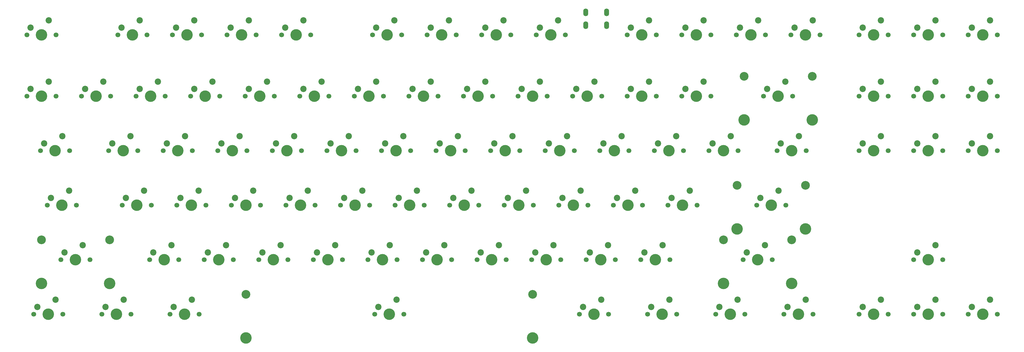
<source format=gbr>
%TF.GenerationSoftware,KiCad,Pcbnew,8.0.5*%
%TF.CreationDate,2024-09-22T14:43:58-07:00*%
%TF.ProjectId,keyboard_pcb,6b657962-6f61-4726-945f-7063622e6b69,rev?*%
%TF.SameCoordinates,Original*%
%TF.FileFunction,Soldermask,Top*%
%TF.FilePolarity,Negative*%
%FSLAX46Y46*%
G04 Gerber Fmt 4.6, Leading zero omitted, Abs format (unit mm)*
G04 Created by KiCad (PCBNEW 8.0.5) date 2024-09-22 14:43:58*
%MOMM*%
%LPD*%
G01*
G04 APERTURE LIST*
%ADD10C,1.700000*%
%ADD11C,4.000000*%
%ADD12C,2.200000*%
%ADD13C,3.050000*%
%ADD14O,1.700000X2.700000*%
G04 APERTURE END LIST*
D10*
%TO.C,SW83*%
X281463750Y-195262500D03*
D11*
X286543750Y-195262500D03*
D10*
X291623750Y-195262500D03*
D12*
X289083750Y-190182500D03*
X282733750Y-192722500D03*
%TD*%
D10*
%TO.C,SW11*%
X269557500Y-97631250D03*
D11*
X274637500Y-97631250D03*
D10*
X279717500Y-97631250D03*
D12*
X277177500Y-92551250D03*
X270827500Y-95091250D03*
%TD*%
D10*
%TO.C,SW51*%
X48101250Y-157162500D03*
D11*
X53181250Y-157162500D03*
D10*
X58261250Y-157162500D03*
D12*
X55721250Y-152082500D03*
X49371250Y-154622500D03*
%TD*%
D10*
%TO.C,SW15*%
X350520000Y-97631250D03*
D11*
X355600000Y-97631250D03*
D10*
X360680000Y-97631250D03*
D12*
X358140000Y-92551250D03*
X351790000Y-95091250D03*
%TD*%
D10*
%TO.C,SW41*%
X183832500Y-138112500D03*
D11*
X188912500Y-138112500D03*
D10*
X193992500Y-138112500D03*
D12*
X191452500Y-133032500D03*
X185102500Y-135572500D03*
%TD*%
D10*
%TO.C,SW55*%
X131445000Y-157162500D03*
D11*
X136525000Y-157162500D03*
D10*
X141605000Y-157162500D03*
D12*
X139065000Y-152082500D03*
X132715000Y-154622500D03*
%TD*%
D10*
%TO.C,SW73*%
X236220000Y-176212500D03*
D11*
X241300000Y-176212500D03*
D10*
X246380000Y-176212500D03*
D12*
X243840000Y-171132500D03*
X237490000Y-173672500D03*
%TD*%
D10*
%TO.C,SW79*%
X90963750Y-195262500D03*
D11*
X96043750Y-195262500D03*
D10*
X101123750Y-195262500D03*
D12*
X98583750Y-190182500D03*
X92233750Y-192722500D03*
%TD*%
D10*
%TO.C,SW28*%
X250507500Y-119062500D03*
D11*
X255587500Y-119062500D03*
D10*
X260667500Y-119062500D03*
D12*
X258127500Y-113982500D03*
X251777500Y-116522500D03*
%TD*%
D10*
%TO.C,SW71*%
X198120000Y-176212500D03*
D11*
X203200000Y-176212500D03*
D10*
X208280000Y-176212500D03*
D12*
X205740000Y-171132500D03*
X199390000Y-173672500D03*
%TD*%
D10*
%TO.C,SW33*%
X369570000Y-119062500D03*
D11*
X374650000Y-119062500D03*
D10*
X379730000Y-119062500D03*
D12*
X377190000Y-113982500D03*
X370840000Y-116522500D03*
%TD*%
D10*
%TO.C,SW5*%
X129857500Y-97631250D03*
D11*
X134937500Y-97631250D03*
D10*
X140017500Y-97631250D03*
D12*
X137477500Y-92551250D03*
X131127500Y-95091250D03*
%TD*%
D10*
%TO.C,SW82*%
X257651250Y-195262500D03*
D11*
X262731250Y-195262500D03*
D10*
X267811250Y-195262500D03*
D12*
X265271250Y-190182500D03*
X258921250Y-192722500D03*
%TD*%
D10*
%TO.C,SW8*%
X199707500Y-97631250D03*
D11*
X204787500Y-97631250D03*
D10*
X209867500Y-97631250D03*
D12*
X207327500Y-92551250D03*
X200977500Y-95091250D03*
%TD*%
D10*
%TO.C,SW86*%
X350520000Y-195262500D03*
D11*
X355600000Y-195262500D03*
D10*
X360680000Y-195262500D03*
D12*
X358140000Y-190182500D03*
X351790000Y-192722500D03*
%TD*%
D10*
%TO.C,SW31*%
X331470000Y-119062500D03*
D11*
X336550000Y-119062500D03*
D10*
X341630000Y-119062500D03*
D12*
X339090000Y-113982500D03*
X332740000Y-116522500D03*
%TD*%
D10*
%TO.C,SW72*%
X217170000Y-176212500D03*
D11*
X222250000Y-176212500D03*
D10*
X227330000Y-176212500D03*
D12*
X224790000Y-171132500D03*
X218440000Y-173672500D03*
%TD*%
D10*
%TO.C,SW70*%
X179070000Y-176212500D03*
D11*
X184150000Y-176212500D03*
D10*
X189230000Y-176212500D03*
D12*
X186690000Y-171132500D03*
X180340000Y-173672500D03*
%TD*%
D10*
%TO.C,SW58*%
X188595000Y-157162500D03*
D11*
X193675000Y-157162500D03*
D10*
X198755000Y-157162500D03*
D12*
X196215000Y-152082500D03*
X189865000Y-154622500D03*
%TD*%
D10*
%TO.C,SW26*%
X212407500Y-119062500D03*
D11*
X217487500Y-119062500D03*
D10*
X222567500Y-119062500D03*
D12*
X220027500Y-113982500D03*
X213677500Y-116522500D03*
%TD*%
D10*
%TO.C,SW78*%
X67151250Y-195262500D03*
D11*
X72231250Y-195262500D03*
D10*
X77311250Y-195262500D03*
D12*
X74771250Y-190182500D03*
X68421250Y-192722500D03*
%TD*%
D10*
%TO.C,SW87*%
X369570000Y-195262500D03*
D11*
X374650000Y-195262500D03*
D10*
X379730000Y-195262500D03*
D12*
X377190000Y-190182500D03*
X370840000Y-192722500D03*
%TD*%
D10*
%TO.C,SW10*%
X250507500Y-97631250D03*
D11*
X255587500Y-97631250D03*
D10*
X260667500Y-97631250D03*
D12*
X258127500Y-92551250D03*
X251777500Y-95091250D03*
%TD*%
D10*
%TO.C,SW19*%
X79057500Y-119062500D03*
D11*
X84137500Y-119062500D03*
D10*
X89217500Y-119062500D03*
D12*
X86677500Y-113982500D03*
X80327500Y-116522500D03*
%TD*%
D10*
%TO.C,SW67*%
X121920000Y-176212500D03*
D11*
X127000000Y-176212500D03*
D10*
X132080000Y-176212500D03*
D12*
X129540000Y-171132500D03*
X123190000Y-173672500D03*
%TD*%
D10*
%TO.C,SW35*%
X69532500Y-138112500D03*
D11*
X74612500Y-138112500D03*
D10*
X79692500Y-138112500D03*
D12*
X77152500Y-133032500D03*
X70802500Y-135572500D03*
%TD*%
D10*
%TO.C,SW16*%
X369570000Y-97631250D03*
D11*
X374650000Y-97631250D03*
D10*
X379730000Y-97631250D03*
D12*
X377190000Y-92551250D03*
X370840000Y-95091250D03*
%TD*%
D10*
%TO.C,SW36*%
X88582500Y-138112500D03*
D11*
X93662500Y-138112500D03*
D10*
X98742500Y-138112500D03*
D12*
X96202500Y-133032500D03*
X89852500Y-135572500D03*
%TD*%
D10*
%TO.C,SW81*%
X233838750Y-195262500D03*
D11*
X238918750Y-195262500D03*
D10*
X243998750Y-195262500D03*
D12*
X241458750Y-190182500D03*
X235108750Y-192722500D03*
%TD*%
D10*
%TO.C,SW12*%
X288607500Y-97631250D03*
D11*
X293687500Y-97631250D03*
D10*
X298767500Y-97631250D03*
D12*
X296227500Y-92551250D03*
X289877500Y-95091250D03*
%TD*%
D10*
%TO.C,SW14*%
X331470000Y-97631250D03*
D11*
X336550000Y-97631250D03*
D10*
X341630000Y-97631250D03*
D12*
X339090000Y-92551250D03*
X332740000Y-95091250D03*
%TD*%
D10*
%TO.C,SW34*%
X45720000Y-138112500D03*
D11*
X50800000Y-138112500D03*
D10*
X55880000Y-138112500D03*
D12*
X53340000Y-133032500D03*
X46990000Y-135572500D03*
%TD*%
D10*
%TO.C,SW3*%
X91757500Y-97631250D03*
D11*
X96837500Y-97631250D03*
D10*
X101917500Y-97631250D03*
D12*
X99377500Y-92551250D03*
X93027500Y-95091250D03*
%TD*%
D10*
%TO.C,SW18*%
X60007500Y-119062500D03*
D11*
X65087500Y-119062500D03*
D10*
X70167500Y-119062500D03*
D12*
X67627500Y-113982500D03*
X61277500Y-116522500D03*
%TD*%
D10*
%TO.C,SW68*%
X140970000Y-176212500D03*
D11*
X146050000Y-176212500D03*
D10*
X151130000Y-176212500D03*
D12*
X148590000Y-171132500D03*
X142240000Y-173672500D03*
%TD*%
D10*
%TO.C,SW52*%
X74295000Y-157162500D03*
D11*
X79375000Y-157162500D03*
D10*
X84455000Y-157162500D03*
D12*
X81915000Y-152082500D03*
X75565000Y-154622500D03*
%TD*%
D10*
%TO.C,SW29*%
X269557500Y-119062500D03*
D11*
X274637500Y-119062500D03*
D10*
X279717500Y-119062500D03*
D12*
X277177500Y-113982500D03*
X270827500Y-116522500D03*
%TD*%
D10*
%TO.C,SW54*%
X112395000Y-157162500D03*
D11*
X117475000Y-157162500D03*
D10*
X122555000Y-157162500D03*
D12*
X120015000Y-152082500D03*
X113665000Y-154622500D03*
%TD*%
D10*
%TO.C,SW43*%
X221932500Y-138112500D03*
D11*
X227012500Y-138112500D03*
D10*
X232092500Y-138112500D03*
D12*
X229552500Y-133032500D03*
X223202500Y-135572500D03*
%TD*%
D10*
%TO.C,SW44*%
X240982500Y-138112500D03*
D11*
X246062500Y-138112500D03*
D10*
X251142500Y-138112500D03*
D12*
X248602500Y-133032500D03*
X242252500Y-135572500D03*
%TD*%
D10*
%TO.C,SW84*%
X305276250Y-195262500D03*
D11*
X310356250Y-195262500D03*
D10*
X315436250Y-195262500D03*
D12*
X312896250Y-190182500D03*
X306546250Y-192722500D03*
%TD*%
D10*
%TO.C,SW56*%
X150495000Y-157162500D03*
D11*
X155575000Y-157162500D03*
D10*
X160655000Y-157162500D03*
D12*
X158115000Y-152082500D03*
X151765000Y-154622500D03*
%TD*%
D10*
%TO.C,SW65*%
X83820000Y-176212500D03*
D11*
X88900000Y-176212500D03*
D10*
X93980000Y-176212500D03*
D12*
X91440000Y-171132500D03*
X85090000Y-173672500D03*
%TD*%
D10*
%TO.C,SW60*%
X226695000Y-157162500D03*
D11*
X231775000Y-157162500D03*
D10*
X236855000Y-157162500D03*
D12*
X234315000Y-152082500D03*
X227965000Y-154622500D03*
%TD*%
D10*
%TO.C,SW59*%
X207645000Y-157162500D03*
D11*
X212725000Y-157162500D03*
D10*
X217805000Y-157162500D03*
D12*
X215265000Y-152082500D03*
X208915000Y-154622500D03*
%TD*%
D13*
%TO.C,SW80*%
X117481250Y-188262500D03*
D11*
X117481250Y-203502500D03*
D10*
X162401250Y-195262500D03*
D11*
X167481250Y-195262500D03*
D10*
X172561250Y-195262500D03*
D13*
X217481250Y-188262500D03*
D11*
X217481250Y-203502500D03*
D12*
X170021250Y-190182500D03*
X163671250Y-192722500D03*
%TD*%
D10*
%TO.C,SW27*%
X231457500Y-119062500D03*
D11*
X236537500Y-119062500D03*
D10*
X241617500Y-119062500D03*
D12*
X239077500Y-113982500D03*
X232727500Y-116522500D03*
%TD*%
D10*
%TO.C,SW40*%
X164782500Y-138112500D03*
D11*
X169862500Y-138112500D03*
D10*
X174942500Y-138112500D03*
D12*
X172402500Y-133032500D03*
X166052500Y-135572500D03*
%TD*%
D10*
%TO.C,SW25*%
X193357500Y-119062500D03*
D11*
X198437500Y-119062500D03*
D10*
X203517500Y-119062500D03*
D12*
X200977500Y-113982500D03*
X194627500Y-116522500D03*
%TD*%
D10*
%TO.C,SW21*%
X117157500Y-119062500D03*
D11*
X122237500Y-119062500D03*
D10*
X127317500Y-119062500D03*
D12*
X124777500Y-113982500D03*
X118427500Y-116522500D03*
%TD*%
D10*
%TO.C,SW7*%
X180657500Y-97631250D03*
D11*
X185737500Y-97631250D03*
D10*
X190817500Y-97631250D03*
D12*
X188277500Y-92551250D03*
X181927500Y-95091250D03*
%TD*%
D10*
%TO.C,SW46*%
X279082500Y-138112500D03*
D11*
X284162500Y-138112500D03*
D10*
X289242500Y-138112500D03*
D12*
X286702500Y-133032500D03*
X280352500Y-135572500D03*
%TD*%
D13*
%TO.C,SW63*%
X288931250Y-150162500D03*
D11*
X288931250Y-165402500D03*
D10*
X295751250Y-157162500D03*
D11*
X300831250Y-157162500D03*
D10*
X305911250Y-157162500D03*
D13*
X312731250Y-150162500D03*
D11*
X312731250Y-165402500D03*
D12*
X303371250Y-152082500D03*
X297021250Y-154622500D03*
%TD*%
D10*
%TO.C,SW49*%
X350520000Y-138112500D03*
D11*
X355600000Y-138112500D03*
D10*
X360680000Y-138112500D03*
D12*
X358140000Y-133032500D03*
X351790000Y-135572500D03*
%TD*%
D10*
%TO.C,SW6*%
X161607500Y-97631250D03*
D11*
X166687500Y-97631250D03*
D10*
X171767500Y-97631250D03*
D12*
X169227500Y-92551250D03*
X162877500Y-95091250D03*
%TD*%
D13*
%TO.C,SW30*%
X291312500Y-112062500D03*
D11*
X291312500Y-127302500D03*
D10*
X298132500Y-119062500D03*
D11*
X303212500Y-119062500D03*
D10*
X308292500Y-119062500D03*
D13*
X315112500Y-112062500D03*
D11*
X315112500Y-127302500D03*
D12*
X305752500Y-113982500D03*
X299402500Y-116522500D03*
%TD*%
D10*
%TO.C,SW50*%
X369570000Y-138112500D03*
D11*
X374650000Y-138112500D03*
D10*
X379730000Y-138112500D03*
D12*
X377190000Y-133032500D03*
X370840000Y-135572500D03*
%TD*%
D10*
%TO.C,SW45*%
X260032500Y-138112500D03*
D11*
X265112500Y-138112500D03*
D10*
X270192500Y-138112500D03*
D12*
X267652500Y-133032500D03*
X261302500Y-135572500D03*
%TD*%
D10*
%TO.C,SW20*%
X98107500Y-119062500D03*
D11*
X103187500Y-119062500D03*
D10*
X108267500Y-119062500D03*
D12*
X105727500Y-113982500D03*
X99377500Y-116522500D03*
%TD*%
D10*
%TO.C,SW61*%
X245745000Y-157162500D03*
D11*
X250825000Y-157162500D03*
D10*
X255905000Y-157162500D03*
D12*
X253365000Y-152082500D03*
X247015000Y-154622500D03*
%TD*%
D13*
%TO.C,SW75*%
X284168750Y-169212500D03*
D11*
X284168750Y-184452500D03*
D10*
X290988750Y-176212500D03*
D11*
X296068750Y-176212500D03*
D10*
X301148750Y-176212500D03*
D13*
X307968750Y-169212500D03*
D11*
X307968750Y-184452500D03*
D12*
X298608750Y-171132500D03*
X292258750Y-173672500D03*
%TD*%
D10*
%TO.C,SW42*%
X202882500Y-138112500D03*
D11*
X207962500Y-138112500D03*
D10*
X213042500Y-138112500D03*
D12*
X210502500Y-133032500D03*
X204152500Y-135572500D03*
%TD*%
D10*
%TO.C,SW62*%
X264795000Y-157162500D03*
D11*
X269875000Y-157162500D03*
D10*
X274955000Y-157162500D03*
D12*
X272415000Y-152082500D03*
X266065000Y-154622500D03*
%TD*%
D10*
%TO.C,SW17*%
X40957500Y-119062500D03*
D11*
X46037500Y-119062500D03*
D10*
X51117500Y-119062500D03*
D12*
X48577500Y-113982500D03*
X42227500Y-116522500D03*
%TD*%
D10*
%TO.C,SW47*%
X302895000Y-138112500D03*
D11*
X307975000Y-138112500D03*
D10*
X313055000Y-138112500D03*
D12*
X310515000Y-133032500D03*
X304165000Y-135572500D03*
%TD*%
D10*
%TO.C,SW1*%
X40957500Y-97631250D03*
D11*
X46037500Y-97631250D03*
D10*
X51117500Y-97631250D03*
D12*
X48577500Y-92551250D03*
X42227500Y-95091250D03*
%TD*%
D10*
%TO.C,SW37*%
X107632500Y-138112500D03*
D11*
X112712500Y-138112500D03*
D10*
X117792500Y-138112500D03*
D12*
X115252500Y-133032500D03*
X108902500Y-135572500D03*
%TD*%
D10*
%TO.C,SW24*%
X174307500Y-119062500D03*
D11*
X179387500Y-119062500D03*
D10*
X184467500Y-119062500D03*
D12*
X181927500Y-113982500D03*
X175577500Y-116522500D03*
%TD*%
D10*
%TO.C,SW32*%
X350520000Y-119062500D03*
D11*
X355600000Y-119062500D03*
D10*
X360680000Y-119062500D03*
D12*
X358140000Y-113982500D03*
X351790000Y-116522500D03*
%TD*%
D10*
%TO.C,SW2*%
X72707500Y-97631250D03*
D11*
X77787500Y-97631250D03*
D10*
X82867500Y-97631250D03*
D12*
X80327500Y-92551250D03*
X73977500Y-95091250D03*
%TD*%
D10*
%TO.C,SW76*%
X350520000Y-176212500D03*
D11*
X355600000Y-176212500D03*
D10*
X360680000Y-176212500D03*
D12*
X358140000Y-171132500D03*
X351790000Y-173672500D03*
%TD*%
D10*
%TO.C,SW69*%
X160020000Y-176212500D03*
D11*
X165100000Y-176212500D03*
D10*
X170180000Y-176212500D03*
D12*
X167640000Y-171132500D03*
X161290000Y-173672500D03*
%TD*%
D10*
%TO.C,SW39*%
X145732500Y-138112500D03*
D11*
X150812500Y-138112500D03*
D10*
X155892500Y-138112500D03*
D12*
X153352500Y-133032500D03*
X147002500Y-135572500D03*
%TD*%
D10*
%TO.C,SW48*%
X331470000Y-138112500D03*
D11*
X336550000Y-138112500D03*
D10*
X341630000Y-138112500D03*
D12*
X339090000Y-133032500D03*
X332740000Y-135572500D03*
%TD*%
D10*
%TO.C,SW57*%
X169545000Y-157162500D03*
D11*
X174625000Y-157162500D03*
D10*
X179705000Y-157162500D03*
D12*
X177165000Y-152082500D03*
X170815000Y-154622500D03*
%TD*%
D10*
%TO.C,SW77*%
X43338750Y-195262500D03*
D11*
X48418750Y-195262500D03*
D10*
X53498750Y-195262500D03*
D12*
X50958750Y-190182500D03*
X44608750Y-192722500D03*
%TD*%
D10*
%TO.C,SW38*%
X126682500Y-138112500D03*
D11*
X131762500Y-138112500D03*
D10*
X136842500Y-138112500D03*
D12*
X134302500Y-133032500D03*
X127952500Y-135572500D03*
%TD*%
D10*
%TO.C,SW9*%
X218757500Y-97631250D03*
D11*
X223837500Y-97631250D03*
D10*
X228917500Y-97631250D03*
D12*
X226377500Y-92551250D03*
X220027500Y-95091250D03*
%TD*%
D10*
%TO.C,SW23*%
X155257500Y-119062500D03*
D11*
X160337500Y-119062500D03*
D10*
X165417500Y-119062500D03*
D12*
X162877500Y-113982500D03*
X156527500Y-116522500D03*
%TD*%
D10*
%TO.C,SW13*%
X307657500Y-97631250D03*
D11*
X312737500Y-97631250D03*
D10*
X317817500Y-97631250D03*
D12*
X315277500Y-92551250D03*
X308927500Y-95091250D03*
%TD*%
D10*
%TO.C,SW53*%
X93345000Y-157162500D03*
D11*
X98425000Y-157162500D03*
D10*
X103505000Y-157162500D03*
D12*
X100965000Y-152082500D03*
X94615000Y-154622500D03*
%TD*%
D13*
%TO.C,SW64*%
X46043750Y-169212500D03*
D11*
X46043750Y-184452500D03*
D10*
X52863750Y-176212500D03*
D11*
X57943750Y-176212500D03*
D10*
X63023750Y-176212500D03*
D13*
X69843750Y-169212500D03*
D11*
X69843750Y-184452500D03*
D12*
X60483750Y-171132500D03*
X54133750Y-173672500D03*
%TD*%
D10*
%TO.C,SW85*%
X331470000Y-195262500D03*
D11*
X336550000Y-195262500D03*
D10*
X341630000Y-195262500D03*
D12*
X339090000Y-190182500D03*
X332740000Y-192722500D03*
%TD*%
D10*
%TO.C,SW22*%
X136207500Y-119062500D03*
D11*
X141287500Y-119062500D03*
D10*
X146367500Y-119062500D03*
D12*
X143827500Y-113982500D03*
X137477500Y-116522500D03*
%TD*%
D10*
%TO.C,SW66*%
X102870000Y-176212500D03*
D11*
X107950000Y-176212500D03*
D10*
X113030000Y-176212500D03*
D12*
X110490000Y-171132500D03*
X104140000Y-173672500D03*
%TD*%
D10*
%TO.C,SW4*%
X110807500Y-97631250D03*
D11*
X115887500Y-97631250D03*
D10*
X120967500Y-97631250D03*
D12*
X118427500Y-92551250D03*
X112077500Y-95091250D03*
%TD*%
D10*
%TO.C,SW74*%
X255270000Y-176212500D03*
D11*
X260350000Y-176212500D03*
D10*
X265430000Y-176212500D03*
D12*
X262890000Y-171132500D03*
X256540000Y-173672500D03*
%TD*%
D14*
%TO.C,USB1*%
X243362500Y-89693750D03*
X236062500Y-89693750D03*
X243362500Y-94193750D03*
X236062500Y-94193750D03*
%TD*%
M02*

</source>
